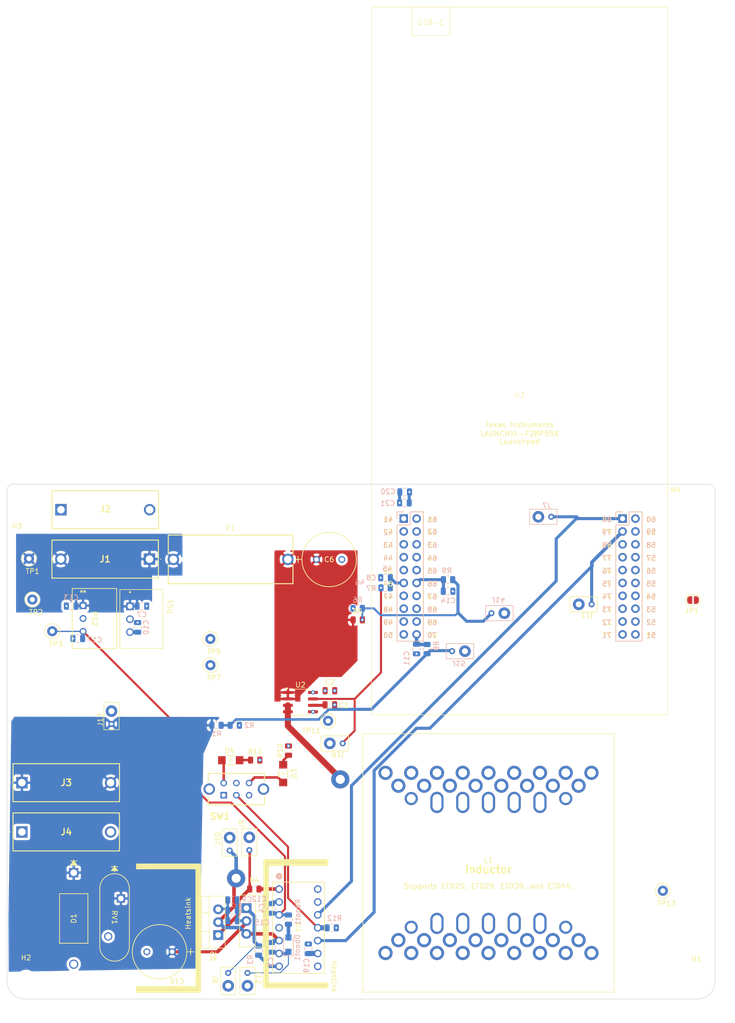
<source format=kicad_pcb>
(kicad_pcb (version 20241229) (generator "pcbnew") (generator_version "9.0")
  (layers (0 "F.Cu" signal) (4 "In1.Cu" signal) (6 "In2.Cu" signal) (2 "B.Cu" signal) (13 "F.Paste" user) (15 "B.Paste" user) (5 "F.SilkS" user "F.Silkscreen") (7 "B.SilkS" user "B.Silkscreen") (1 "F.Mask" user) (3 "B.Mask" user) (25 "Edge.Cuts" user))
  (net 0 "")
  (net 1 "+3.3V")
  (net 2 "GND")
  (net 3 "Net-(Dboot1-A)")
  (net 4 "Net-(J6-Pin_1)")
  (net 5 "Net-(U1-HO)")
  (net 6 "Net-(U1-LO)")
  (net 7 "+24V")
  (net 8 "/ADCINA9")
  (net 9 "/ADCINA0")
  (net 10 "/ADCINA4")
  (net 11 "+12V")
  (net 12 "Vout")
  (net 13 "Net-(D3-A)")
  (net 14 "Net-(D3-K)")
  (net 15 "Net-(D4-A)")
  (net 16 "Net-(D4-K)")
  (net 17 "Vsw")
  (net 18 "C2000 D ")
  (net 19 "D'")
  (net 20 "D")
  (net 21 "C2000 D'")
  (net 22 "Vboot")
  (net 23 "Vin_sens")
  (net 24 "Vout_sens")
  (net 25 "I_L")
  (net 26 "Net-(JP1-A)")
  (net 27 "SD")
  (net 76 "Vin")
  (net 80 "Net-(U2-FILTER)")
  (footprint "TestPoint:TestPoint_Loop_D1.80mm_Drill1.0mm_Beaded" (layer "F.Cu") (at 58.87 75.06)
    (property "Reference" "TP7")
    (property "Value" "TestPoint")
  )
  (footprint "Capacitor_SMD:C_0805_2012Metric" (layer "F.Cu") (at 82.45 80.1)
    (property "Reference" "C2")
    (property "Value" "0.1μF")
  )
  (footprint "ECE462L:Inductor_wire_conn" (layer "F.Cu") (at 63.95 117.12)
    (property "Reference" "J5" (hide yes))
    (property "Value" "Conn_01x01" (hide yes))
  )
  (footprint "ECE462L:Inductor" (layer "F.Cu") (at 113.74 114.085)
    (property "Reference" "L1")
    (property "Value" "L")
  )
  (footprint "ECE462L:1-2199298-3" (layer "F.Cu") (at 72.43 119.26 -90)
    (property "Reference" "U1")
    (property "Value" "IR2010")
  )
  (footprint "ECE462L:TP" (layer "F.Cu") (at 62.38 137.07 -90)
    (property "Reference" "J8")
    (property "Value" "Conn_01x02")
  )
  (footprint "ECE462L:V100ZA15P" (layer "F.Cu") (at 41.21 121.102 -90)
    (property "Reference" "RV1")
    (property "Value" "Varistor")
  )
  (footprint "Resistor_SMD:R_0805_2012Metric" (layer "F.Cu") (at 67.54 119.24 180)
    (property "Reference" "R4")
    (property "Value" "R_Small")
  )
  (footprint "ECE462L:LAUNCHXL-F28P55X_BottomHalf" (layer "F.Cu") (at 119.88 25.81)
    (property "Reference" "U3")
    (property "Value" "LAUNCHXL-F28P55X_BottomHalf")
  )
  (footprint "TestPoint:TestPoint_Loop_D1.80mm_Drill1.0mm_Beaded" (layer "F.Cu") (at 58.86 69.87)
    (property "Reference" "TP5")
    (property "Value" "TestPoint")
  )
  (footprint "MountingHole:MountingHole_3.2mm_M3" (layer "F.Cu") (at 22.5 137)
    (property "Reference" "H2")
    (property "Value" "MountingHole")
  )
  (footprint "ECE462L:WL-SMRW_1206_REC" (layer "F.Cu") (at 73.225009 96.45965 -90)
    (property "Reference" "D3")
    (property "Value" "LED")
  )
  (footprint "ECE462L:696108003002" (layer "F.Cu") (at 62.86 54.18)
    (property "Reference" "F1")
    (property "Value" "Fuse")
  )
  (footprint "ECE462L:TP" (layer "F.Cu") (at 39.35 85.395 90)
    (property "Reference" "J13")
    (property "Value" "Conn_01x02")
  )
  (footprint "ECE462L:1.5KE75A" (layer "F.Cu") (at 31.9 116.0188 -90)
    (property "Reference" "D1")
    (property "Value" "D_Zener" (hide yes))
  )
  (footprint "Package_TO_SOT_THT:TO-220-3_Vertical" (layer "F.Cu") (at 65.98 123.01 -90)
    (property "Reference" "Q1" (hide yes))
    (property "Value" "NMOS")
  )
  (footprint "ECE462L:973582101" (layer "F.Cu") (at 21.675 98.25)
    (property "Reference" "J3")
    (property "Value" "973582101" (hide yes))
  )
  (footprint "ECE462L:973582100" (layer "F.Cu") (at 21.675 107.975)
    (property "Reference" "J4")
    (property "Value" "973582100" (hide yes))
  )
  (footprint "ECE462L:973582101" (layer "F.Cu") (at 46.85 54.125 180)
    (property "Reference" "J1")
    (property "Value" "973582101" (hide yes))
  )
  (footprint "ECE462L:TP" (layer "F.Cu") (at 132.825 63.05 180)
    (property "Reference" "J11")
    (property "Value" "Conn_01x02")
  )
  (footprint "Jumper:SolderJumper-2_P1.3mm_Open_RoundedPad1.0x1.5mm" (layer "F.Cu") (at 154.11 62.21 180)
    (property "Reference" "JP1")
    (property "Value" "SolderJumper_2_Open")
  )
  (footprint "Package_TO_SOT_THT:TO-220-3_Vertical" (layer "F.Cu") (at 60.41 128.32 90)
    (property "Reference" "Q2")
    (property "Value" "NMOS")
  )
  (footprint "Resistor_SMD:R_0805_2012Metric" (layer "F.Cu") (at 74.275009 91.91965 90)
    (property "Reference" "R10")
    (property "Value" "1k")
  )
  (footprint "MountingHole:MountingHole_3.2mm_M3" (layer "F.Cu") (at 154.75 43.25)
    (property "Reference" "H4")
    (property "Value" "MountingHole")
  )
  (footprint "Resistor_SMD:R_0805_2012Metric" (layer "F.Cu") (at 87.94 66.12)
    (property "Reference" "R5")
    (property "Value" "22k")
  )
  (footprint "TestPoint:TestPoint_Loop_D1.80mm_Drill1.0mm_Beaded" (layer "F.Cu") (at 23.74 62.11)
    (property "Reference" "TP2")
    (property "Value" "TestPoint")
  )
  (footprint "ECE462L:WL-SMRW_1206_REC" (layer "F.Cu") (at 62.885009 93.81965 180)
    (property "Reference" "D4")
    (property "Value" "LED")
  )
  (footprint "ECE462L:Inductor_wire_conn" (layer "F.Cu") (at 84.5 97.6)
    (property "Reference" "J6" (hide yes))
    (property "Value" "Conn_01x01" (hide yes))
  )
  (footprint "MountingHole:MountingHole_3.2mm_M3" (layer "F.Cu") (at 154.75 137.25)
    (property "Reference" "H1")
    (property "Value" "MountingHole")
  )
  (footprint "ECE462L:TP" (layer "F.Cu") (at 83.7 90.5 180)
    (property "Reference" "J16")
    (property "Value" "Conn_01x02")
  )
  (footprint "ECE462L:TP" (layer "F.Cu") (at 62.67 110.37 90)
    (property "Reference" "J10")
    (property "Value" "Conn_01x02")
  )
  (footprint "MountingHole:MountingHole_3.2mm_M3" (layer "F.Cu") (at 22.5 43.25)
    (property "Reference" "H3")
    (property "Value" "MountingHole")
  )
  (footprint "Resistor_SMD:R_0805_2012Metric" (layer "F.Cu") (at 67.705009 93.78965)
    (property "Reference" "R11")
    (property "Value" "1k")
  )
  (footprint "ECE462L:R-78E3.3-1.0" (layer "F.Cu") (at 45.25 65.99 -90)
    (property "Reference" "PS1")
    (property "Value" "R-78E3.3-1.0")
  )
  (footprint "TestPoint:TestPoint_Loop_D1.80mm_Drill1.0mm_Beaded" (layer "F.Cu") (at 148.15 119.58)
    (property "Reference" "TP13")
    (property "Value" "TestPoint")
  )
  (footprint "TestPoint:TestPoint_Loop_D1.80mm_Drill1.0mm_Beaded" (layer "F.Cu") (at 27.66 68.36)
    (property "Reference" "TP3")
    (property "Value" "TestPoint")
  )
  (footprint "ECE462L:TP" (layer "F.Cu") (at 66.19 137.07 -90)
    (property "Reference" "J12")
    (property "Value" "Conn_01x02")
  )
  (footprint "ECE462L:TP" (layer "F.Cu") (at 66.55 110.3 90)
    (property "Reference" "J9")
    (property "Value" "Conn_01x02")
  )
  (footprint "Package_SO:SOIC-8_3.9x4.9mm_P1.27mm" (layer "F.Cu") (at 76.63 82.35)
    (property "Reference" "U2")
    (property "Value" "CT416-HSN820DR")
  )
  (footprint "ECE462L:16PX2200MEFC10X20" (layer "F.Cu") (at 51.33 131.63 180)
    (property "Reference" "C16")
    (property "Value" "100uF")
  )
  (footprint "ECE462L:HSS-B20-NPS-01" (layer "F.Cu") (at 50.6 126.96 90)
    (property "Reference" "HS1" (hide yes))
    (property "Value" "Heatsink")
  )
  (footprint "ECE462L:HSS-B20-NPS-01" (layer "F.Cu") (at 75.7301 126.0926 -90)
    (property "Reference" "HS2" (hide yes))
    (property "Value" "Heatsink")
  )
  (footprint "ECE462L:R-78E-0.5_RCP" (layer "F.Cu") (at 33.740068 63.31 -90)
    (property "Reference" "PS2")
    (property "Value" "R-78E12-0.5")
  )
  (footprint "TestPoint:TestPoint_Loop_D1.80mm_Drill1.0mm_Beaded" (layer "F.Cu") (at 23.07 54.03)
    (property "Reference" "TP1")
    (property "Value" "TestPoint")
  )
  (footprint "TestPoint:TestPoint_Loop_D1.80mm_Drill1.0mm_Beaded" (layer "F.Cu") (at 82.09 86.05)
    (property "Reference" "TP11")
    (property "Value" "TestPoint")
  )
  (footprint "Capacitor_SMD:C_0805_2012Metric" (layer "F.Cu") (at 82.44 82.88)
    (property "Reference" "C1")
    (property "Value" "100 pF")
  )
  (footprint "ECE462L:973582100" (layer "F.Cu") (at 29.375 44.375)
    (property "Reference" "J2")
    (property "Value" "973582100" (hide yes))
  )
  (footprint "ECE462L:SLW1116297AD" (layer "F.Cu") (at 61.495009 100.71965)
    (property "Reference" "SW1")
    (property "Value" "SW_Push_DPDT" (hide yes))
  )
  (footprint "ECE462L:16PX2200MEFC10X20" (layer "F.Cu") (at 79.8 54.2)
    (property "Reference" "C6")
    (property "Value" "100uF")
  )
  (footprint "ECE462L:TP" (layer "B.Cu") (at 107.825 72.3)
    (property "Reference" "J15")
    (property "Value" "Conn_01x02")
  )
  (footprint "Resistor_SMD:R_0805_2012Metric" (layer "B.Cu") (at 87.92 63.85 180)
    (property "Reference" "R6")
    (property "Value" "3.3k")
  )
  (footprint "Resistor_SMD:R_0805_2012Metric" (layer "B.Cu") (at 74.26685 125.2751 90)
    (property "Reference" "Rboot1")
    (property "Value" "2 Ohm")
  )
  (footprint "Capacitor_SMD:C_0805_2012Metric" (layer "B.Cu") (at 63.23 121.4 180)
    (property "Reference" "C9")
    (property "Value" "0.01μF")
  )
  (footprint "ECE462L:TP" (layer "B.Cu") (at 124.855 45.775 180)
    (property "Reference" "J7")
    (property "Value" "Conn_01x02")
  )
  (footprint "Resistor_SMD:R_0805_2012Metric" (layer "B.Cu") (at 101.625 71.883606 -90)
    (property "Reference" "R8")
    (property "Value" "100")
  )
  (footprint "Capacitor_SMD:C_0805_2012Metric" (layer "B.Cu") (at 44.5 67.6 90)
    (property "Reference" "C10")
    (property "Value" "10uF")
  )
  (footprint "Diode_SMD:Nexperia_CFP3_SOD-123W" (layer "B.Cu") (at 74.26685 130.2126 90)
    (property "Reference" "Dboot1")
    (property "Value" "PMEG10020ELR")
  )
  (footprint "Resistor_SMD:R_0805_2012Metric" (layer "B.Cu") (at 93.4425 59.79 180)
    (property "Reference" "R7")
    (property "Value" "100")
  )
  (footprint "Capacitor_SMD:C_0805_2012Metric" (layer "B.Cu") (at 105.77 60.47)
    (property "Reference" "C14")
    (property "Value" "1n")
  )
  (footprint "Capacitor_SMD:C_0805_2012Metric" (layer "B.Cu") (at 45.35 63.4)
    (property "Reference" "C7")
    (property "Value" "10uF")
  )
  (footprint "Capacitor_SMD:C_0805_2012Metric" (layer "B.Cu") (at 93.43 57.8 180)
    (property "Reference" "C8")
    (property "Value" "1n")
  )
  (footprint "Capacitor_SMD:C_0805_2012Metric" (layer "B.Cu") (at 31.4 63.4 180)
    (property "Reference" "C13")
    (property "Value" "10uF")
  )
  (footprint "Capacitor_SMD:C_0805_2012Metric" (layer "B.Cu") (at 97.2 40.88)
    (property "Reference" "C20")
    (property "Value" "0.1μF")
  )
  (footprint "Capacitor_SMD:C_0805_2012Metric" (layer "B.Cu") (at 99.55 71.873606 -90)
    (property "Reference" "C11")
    (property "Value" "1n")
  )
  (footprint "ECE462L:TP" (layer "B.Cu") (at 115.6 64.8)
    (property "Reference" "J14")
    (property "Value" "Conn_01x02")
  )
  (footprint "Capacitor_SMD:C_0805_2012Metric" (layer "B.Cu") (at 70.89 123.07 90)
    (property "Reference" "C4")
    (property "Value" "0.1μF")
  )
  (footprint "Resistor_SMD:R_0805_2012Metric" (layer "B.Cu") (at 82.8 126.9)
    (property "Reference" "R12")
    (property "Value" "1k")
  )
  (footprint "Capacitor_SMD:C_0805_2012Metric" (layer "B.Cu") (at 70.95 130.75 90)
    (property "Reference" "C3")
    (property "Value" "C")
  )
  (footprint "Capacitor_SMD:C_0805_2012Metric" (layer "B.Cu") (at 32.7 69.8 180)
    (property "Reference" "C17")
    (property "Value" "10uF")
  )
  (footprint "Capacitor_SMD:C_0805_2012Metric" (layer "B.Cu") (at 63.23 123.45 180)
    (property "Reference" "C12")
    (property "Value" "0.1μF")
  )
  (footprint "Resistor_SMD:R_0805_2012Metric" (layer "B.Cu") (at 68.38 131.38 90)
    (property "Reference" "R3")
    (property "Value" "R_Small")
  )
  (footprint "Capacitor_SMD:C_0805_2012Metric" (layer "B.Cu") (at 97.15 43.02)
    (property "Reference" "C21")
    (property "Value" "1μF")
  )
  (footprint "Resistor_SMD:R_0805_2012Metric" (layer "B.Cu") (at 105.77 58.18)
    (property "Reference" "R9")
    (property "Value" "100")
  )
  (footprint "Resistor_SMD:R_0805_2012Metric" (layer "B.Cu") (at 63.675 86.925)
    (property "Reference" "R2")
    (property "Value" "3.3k")
  )
  (footprint "Capacitor_SMD:C_0805_2012Metric" (layer "B.Cu") (at 78.19 131.04 90)
    (property "Reference" "C19")
    (property "Value" "1μF")
  )
  (footprint "Resistor_SMD:R_0805_2012Metric" (layer "B.Cu") (at 60.075 86.925)
    (property "Reference" "R1")
    (property "Value" "47k")
  )
  (footprint "Capacitor_SMD:C_0805_2012Metric" (layer "B.Cu") (at 63.23 125.5 180)
    (property "Reference" "C15")
    (property "Value" "1μF")
  )
  (gr_line (start 158.45 137.510482) (end 158.45 40.64) (stroke (width 0.1)) (layer "Edge.Cuts"))
  (gr_line (start 22.351483 140.958667) (end 155 140.960482) (stroke (width 0.1)) (layer "Edge.Cuts"))
  (gr_line (start 20.05 39.34) (end 157.15 39.34) (stroke (width 0.1)) (layer "Edge.Cuts"))
  (gr_arc (start 18.741756 40.61908) (mid 19.114419 39.691663) (end 20.05 39.34) (stroke (width 0.1)) (layer "Edge.Cuts"))
  (gr_line (start 18.75 137.510482) (end 18.741756 40.619068) (stroke (width 0.1)) (layer "Edge.Cuts"))
  (gr_arc (start 157.15 39.34) (mid 158.069239 39.720761) (end 158.45 40.64) (stroke (width 0.1)) (layer "Edge.Cuts"))
  (gr_arc (start 158.45 137.510482) (mid 157.439518 139.95) (end 155 140.960482) (stroke (width 0.1)) (layer "Edge.Cuts"))
  (gr_arc (start 22.351483 140.958667) (mid 19.826738 139.990781) (end 18.75 137.510482) (stroke (width 0.1)) (layer "Edge.Cuts"))
  (via (at 96.2 43.02) (size 0.8) (drill 0.4) (layers "F.Cu" "B.Cu") (net 1))
  (via (at 81.5 80.1) (size 0.8) (drill 0.4) (layers "F.Cu" "B.Cu") (net 1))
  (via (at 79.105 80.445) (size 0.8) (drill 0.4) (layers "F.Cu" "B.Cu") (net 1))
  (via (at 83.7125 126.9) (size 0.8) (drill 0.4) (layers "F.Cu" "B.Cu") (net 1))
  (segment (start 96.2 43.02) (end 96.2 40.93) (width 0.6) (layer "B.Cu") (net 1))
  (segment (start 78.22 131.96) (end 78.19 131.99) (width 1) (layer "B.Cu") (net 1))
  (segment (start 44.3 68.55) (end 44.5 68.55) (width 0.6) (layer "B.Cu") (net 1))
  (segment (start 96.2 40.93) (end 96.25 40.88) (width 0.6) (layer "B.Cu") (net 1))
  (segment (start 43 68.53) (end 44.28 68.53) (width 0.6) (layer "B.Cu") (net 1))
  (segment (start 44.28 68.53) (end 44.3 68.55) (width 0.6) (layer "B.Cu") (net 1))
  (segment (start 80.05 131.96) (end 78.22 131.96) (width 1) (layer "B.Cu") (net 1))
  (via (at 74.275009 91.00715) (size 0.8) (drill 0.4) (layers "F.Cu" "B.Cu") (net 2))
  (via (at 106.72 60.47) (size 0.8) (drill 0.4) (layers "F.Cu" "B.Cu") (net 2))
  (via (at 31.75 69.8) (size 0.8) (drill 0.4) (layers "F.Cu" "B.Cu") (net 2))
  (via (at 46.3 63.4) (size 0.8) (drill 0.4) (layers "F.Cu" "B.Cu") (net 2))
  (via (at 64.5875 86.925) (size 0.8) (drill 0.4) (layers "F.Cu" "B.Cu") (net 2))
  (via (at 68.617509 93.78965) (size 0.8) (drill 0.4) (layers "F.Cu" "B.Cu") (net 2))
  (via (at 83.4 80.1) (size 0.8) (drill 0.4) (layers "F.Cu" "B.Cu") (net 2))
  (via (at 83.39 82.88) (size 0.8) (drill 0.4) (layers "F.Cu" "B.Cu") (net 2))
  (via (at 78.19 130.09) (size 0.8) (drill 0.4) (layers "F.Cu" "B.Cu") (net 2))
  (via (at 44.5 66.65) (size 0.8) (drill 0.4) (layers "F.Cu" "B.Cu") (net 2))
  (via (at 79.105 84.255) (size 0.8) (drill 0.4) (layers "F.Cu" "B.Cu") (net 2))
  (via (at 98.15 40.88) (size 0.8) (drill 0.4) (layers "F.Cu" "B.Cu") (net 2))
  (via (at 87.0075 63.85) (size 0.8) (drill 0.4) (layers "F.Cu" "B.Cu") (net 2))
  (via (at 30.45 63.4) (size 0.8) (drill 0.4) (layers "F.Cu" "B.Cu") (net 2))
  (via (at 92.48 57.8) (size 0.8) (drill 0.4) (layers "F.Cu" "B.Cu") (net 2))
  (via (at 99.55 72.823606) (size 0.8) (drill 0.4) (layers "F.Cu" "B.Cu") (net 2))
  (segment (start 72.43 121.8) (end 71.21 121.8) (width 0.7) (layer "B.Cu") (net 2))
  (segment (start 71.21 121.8) (end 70.89 122.12) (width 0.7) (layer "B.Cu") (net 2))
  (segment (start 62.28 125.5) (end 62.28 121.4) (width 0.5) (layer "B.Cu") (net 2))
  (segment (start 61.99 123.16) (end 62.28 123.45) (width 0.5) (layer "B.Cu") (net 2))
  (segment (start 60.49 123.16) (end 61.99 123.16) (width 0.5) (layer "B.Cu") (net 2))
  (segment (start 60.41 123.24) (end 60.49 123.16) (width 0.5) (layer "B.Cu") (net 2))
  (segment (start 98.1 43.02) (end 98.1 40.93) (width 0.6) (layer "B.Cu") (net 2))
  (segment (start 98.1 40.93) (end 98.15 40.88) (width 0.6) (layer "B.Cu") (net 2))
  (segment (start 74.26685 128.8126) (end 74.26685 126.1876) (width 0.7) (layer "B.Cu") (net 3))
  (segment (start 74.155 87.055) (end 74.155 84.255) (width 1.2) (layer "F.Cu") (net 4))
  (segment (start 84.5 97.6) (end 84.5 97.4) (width 1.2) (layer "F.Cu") (net 4))
  (segment (start 84.5 97.4) (end 74.155 87.055) (width 1.2) (layer "F.Cu") (net 4))
  (segment (start 74.155 82.985) (end 74.155 84.255) (width 1.2) (layer "F.Cu") (net 4))
  (segment (start 68.38 132.2925) (end 70.5875 134.5) (width 0.7) (layer "B.Cu") (net 5))
  (segment (start 70.5875 134.5) (end 72.43 134.5) (width 0.7) (layer "B.Cu") (net 5))
  (segment (start 72.41 119.24) (end 72.43 119.26) (width 0.7) (layer "F.Cu") (net 6))
  (segment (start 68.4525 119.24) (end 72.41 119.24) (width 0.7) (layer "F.Cu") (net 6))
  (segment (start 72.43 119.26) (end 72.32945 119.26) (width 0.6) (layer "B.Cu") (net 6))
  (segment (start 95.41 58.83) (end 94.38 57.8) (width 0.6) (layer "B.Cu") (net 8))
  (segment (start 94.38 57.8) (end 94.38 59.765) (width 0.6) (layer "B.Cu") (net 8))
  (segment (start 97.02 58.83) (end 95.41 58.83) (width 0.6) (layer "B.Cu") (net 8))
  (segment (start 94.38 59.765) (end 94.355 59.79) (width 0.6) (layer "B.Cu") (net 8))
  (segment (start 99.56 68.99) (end 99.56 70.305) (width 0.7) (layer "B.Cu") (net 9))
  (segment (start 99.56 70.305) (end 99.55 70.315) (width 0.7) (layer "B.Cu") (net 9))
  (segment (start 101.625 70.971106) (end 99.5975 70.971106) (width 0.7) (layer "B.Cu") (net 9))
  (segment (start 99.5975 70.971106) (end 99.55 70.923606) (width 0.5) (layer "B.Cu") (net 9))
  (segment (start 99.55 70.315) (end 99.55 70.923606) (width 0.7) (layer "B.Cu") (net 9))
  (segment (start 100.21 58.18) (end 99.56 58.83) (width 0.6) (layer "B.Cu") (net 10))
  (segment (start 104.8575 58.18) (end 100.21 58.18) (width 0.6) (layer "B.Cu") (net 10))
  (segment (start 104.8575 60.4325) (end 104.82 60.47) (width 0.6) (layer "B.Cu") (net 10))
  (segment (start 104.8575 58.18) (end 104.8575 60.4325) (width 0.6) (layer "B.Cu") (net 10))
  (segment (start 33.740068 68.39) (end 56.719009 91.368941) (width 0.4) (layer "F.Cu") (net 11))
  (segment (start 56.719009 91.368941) (end 56.719009 100.317426) (width 0.4) (layer "F.Cu") (net 11))
  (segment (start 56.719009 100.317426) (end 58.572233 102.17065) (width 0.4) (layer "F.Cu") (net 11))
  (segment (start 73.584999 123.185001) (end 72.43 124.34) (width 0.4) (layer "F.Cu") (net 11))
  (segment (start 62.946009 102.17065) (end 73.584999 112.80964) (width 0.4) (layer "F.Cu") (net 11))
  (segment (start 58.572233 102.17065) (end 62.946009 102.17065) (width 0.4) (layer "F.Cu") (net 11))
  (segment (start 73.584999 112.80964) (end 73.584999 123.185001) (width 0.4) (layer "F.Cu") (net 11))
  (segment (start 72.11 124.02) (end 72.43 124.34) (width 0.7) (layer "B.Cu") (net 11))
  (segment (start 72.6274 124.1426) (end 72.43 124.34) (width 0.6) (layer "B.Cu") (net 11))
  (segment (start 72.43 124.15945) (end 72.43 124.34) (width 0.6) (layer "B.Cu") (net 11))
  (segment (start 70.89 124.02) (end 72.11 124.02) (width 0.7) (layer "B.Cu") (net 11))
  (segment (start 72.43 124.34) (end 74.24425 124.34) (width 0.6) (layer "B.Cu") (net 11))
  (segment (start 33.740068 69.709932) (end 33.740068 68.39) (width 0.25) (layer "B.Cu") (net 11))
  (segment (start 74.24425 124.34) (end 74.26685 124.3626) (width 0.6) (layer "B.Cu") (net 11))
  (segment (start 33.65 69.8) (end 33.740068 69.709932) (width 0.25) (layer "B.Cu") (net 11))
  (segment (start 27.69 68.39) (end 27.66 68.36) (width 0.25) (layer "B.Cu") (net 11))
  (segment (start 33.740068 68.39) (end 27.69 68.39) (width 0.25) (layer "B.Cu") (net 11))
  (segment (start 60.26623 131.63) (end 60.31623 131.58) (width 0.6) (layer "F.Cu") (net 12))
  (segment (start 60.31623 131.58) (end 65.98 125.91623) (width 0.7) (layer "F.Cu") (net 12))
  (segment (start 51.33 131.63) (end 60.26623 131.63) (width 0.6) (layer "F.Cu") (net 12))
  (segment (start 65.98 125.91623) (end 65.98 125.55) (width 0.7) (layer "F.Cu") (net 12))
  (segment (start 65.93 125.5) (end 65.98 125.55) (width 0.5) (layer "B.Cu") (net 12))
  (segment (start 64.18 125.5) (end 65.93 125.5) (width 0.5) (layer "B.Cu") (net 12))
  (segment (start 64.18 125.5) (end 64.18 121.4) (width 0.5) (layer "B.Cu") (net 12))
  (segment (start 67.596009 97.21865) (end 66.495009 98.31965) (width 0.5) (layer "F.Cu") (net 13))
  (segment (start 72.234009 97.21865) (end 67.596009 97.21865) (width 0.5) (layer "F.Cu") (net 13))
  (segment (start 73.225009 98.20965) (end 72.234009 97.21865) (width 0.5) (layer "F.Cu") (net 13))
  (segment (start 73.305009 94.62965) (end 73.305009 93.80215) (width 0.5) (layer "F.Cu") (net 14))
  (segment (start 73.225009 94.70965) (end 73.305009 94.62965) (width 0.5) (layer "F.Cu") (net 14))
  (segment (start 73.305009 93.80215) (end 74.275009 92.83215) (width 0.5) (layer "F.Cu") (net 14))
  (segment (start 61.495009 94.17965) (end 61.135009 93.81965) (width 0.5) (layer "F.Cu") (net 15))
  (segment (start 61.495009 98.31965) (end 61.495009 94.17965) (width 0.5) (layer "F.Cu") (net 15))
  (segment (start 64.635009 93.81965) (end 64.665009 93.78965) (width 0.5) (layer "F.Cu") (net 16))
  (segment (start 64.665009 93.78965) (end 66.792509 93.78965) (width 0.5) (layer "F.Cu") (net 16))
  (segment (start 71.1 128.09) (end 65.98 128.09) (width 0.7) (layer "F.Cu") (net 17))
  (segment (start 63.528 117.542) (end 63.95 117.12) (width 0.7) (layer "F.Cu") (net 17))
  (segment (start 63.528 122.662) (end 63.528 117.542) (width 0.7) (layer "F.Cu") (net 17))
  (segment (start 72.43 129.42) (end 71.1 128.09) (width 0.7) (layer "F.Cu") (net 17))
  (segment (start 60.41 125.78) (end 63.528 122.662) (width 0.7) (layer "F.Cu") (net 17))
  (segment (start 61.5665 126.8365) (end 60.51 125.78) (width 0.7) (layer "B.Cu") (net 17))
  (segment (start 71.33 129.42) (end 70.95 129.8) (width 0.7) (layer "B.Cu") (net 17))
  (segment (start 63.95 112.92) (end 62.67 111.64) (width 0.7) (layer "B.Cu") (net 17))
  (segment (start 65.98 128.09) (end 64.7265 126.8365) (width 0.7) (layer "B.Cu") (net 17))
  (segment (start 60.51 125.78) (end 60.41 125.78) (width 0.7) (layer "B.Cu") (net 17))
  (segment (start 72.43 129.42) (end 71.33 129.42) (width 0.7) (layer "B.Cu") (net 17))
  (segment (start 63.95 117.12) (end 63.95 112.92) (width 0.7) (layer "B.Cu") (net 17))
  (segment (start 64.7265 126.8365) (end 61.5665 126.8365) (width 0.7) (layer "B.Cu") (net 17))
  (segment (start 86.701 117.689) (end 86.701 98.852446) (width 0.6) (layer "B.Cu") (net 18))
  (segment (start 139.99 45.92) (end 140.2 46.13) (width 0.4) (layer "B.Cu") (net 18))
  (segment (start 127.099 50.111) (end 131.08 46.13) (width 0.6) (layer "B.Cu") (net 18))
  (segment (start 131.08 46.13) (end 131.5 46.13) (width 0.6) (layer "B.Cu") (net 18))
  (segment (start 86.701 98.852446) (end 127.099 58.454446) (width 0.6) (layer "B.Cu") (net 18))
  (segment (start 127.099 58.454446) (end 127.099 50.111) (width 0.6) (layer "B.Cu") (net 18))
  (segment (start 80.05 124.34) (end 86.701 117.689) (width 0.6) (layer "B.Cu") (net 18))
  (segment (start 131.145 45.775) (end 126.125 45.775) (width 0.6) (layer "B.Cu") (net 18))
  (segment (start 131.29 45.92) (end 131.145 45.775) (width 0.6) (layer "B.Cu") (net 18))
  (segment (start 131.5 46.13) (end 140.2 46.13) (width 0.6) (layer "B.Cu") (net 18))
  (segment (start 131.29 45.92) (end 131.5 46.13) (width 0.6) (layer "B.Cu") (net 18))
  (segment (start 65.98 123.01) (end 67.531 124.561) (width 0.7) (layer "B.Cu") (net 19))
  (segment (start 67.7125 130.4675) (end 62.38 135.8) (width 0.2) (layer "B.Cu") (net 19))
  (segment (start 67.531 129.6185) (end 68.38 130.4675) (width 0.7) (layer "B.Cu") (net 19))
  (segment (start 67.531 124.561) (end 67.531 129.6185) (width 0.7) (layer "B.Cu") (net 19))
  (segment (start 68.38 130.4675) (end 67.7125 130.4675) (width 0.2) (layer "B.Cu") (net 19))
  (segment (start 64.429 121.4385) (end 66.6275 119.24) (width 0.7) (layer "F.Cu") (net 20))
  (segment (start 66.6275 119.24) (end 66.6275 111.6475) (width 0.5) (layer "F.Cu") (net 20))
  (segment (start 60.41 128.26) (end 64.429 124.241) (width 0.7) (layer "F.Cu") (net 20))
  (segment (start 64.429 124.241) (end 64.429 121.4385) (width 0.7) (layer "F.Cu") (net 20))
  (segment (start 66.6275 111.6475) (end 66.55 111.57) (width 0.5) (layer "F.Cu") (net 20))
  (segment (start 60.41 128.32) (end 60.41 128.26) (width 0.7) (layer "F.Cu") (net 20))
  (segment (start 91.175 123.8) (end 91.175 95.86158) (width 0.6) (layer "B.Cu") (net 21))
  (segment (start 134.21 55.474867) (end 134.21 54.66) (width 0.6) (layer "B.Cu") (net 21))
  (segment (start 99.530364 87.506216) (end 102.178651 87.506216) (width 0.6) (layer "B.Cu") (net 21))
  (segment (start 91.175 95.86158) (end 99.530364 87.506216) (width 0.6) (layer "B.Cu") (net 21))
  (segment (start 134.095 63.05) (end 134.095 54.775) (width 0.6) (layer "B.Cu") (net 21))
  (segment (start 85.555 129.42) (end 91.175 123.8) (width 0.6) (layer "B.Cu") (net 21))
  (segment (start 134.095 63.05) (end 134.21 62.935) (width 0.4) (layer "B.Cu") (net 21))
  (segment (start 134.095 54.775) (end 134.21 54.66) (width 0.6) (layer "B.Cu") (net 21))
  (segment (start 134.21 54.66) (end 134.575 54.295) (width 0.7) (layer "B.Cu") (net 21))
  (segment (start 134.575 54.295) (end 140.2 48.67) (width 0.7) (layer "B.Cu") (net 21))
  (segment (start 102.178651 87.506216) (end 134.21 55.474867) (width 0.6) (layer "B.Cu") (net 21))
  (segment (start 80.05 129.42) (end 85.555 129.42) (width 0.6) (layer "B.Cu") (net 21))
  (segment (start 66.19 135.8) (end 72.621994 135.8) (width 0.2) (layer "B.Cu") (net 22))
  (segment (start 72.17 131.7) (end 72.43 131.96) (width 0.7) (layer "B.Cu") (net 22))
  (segment (start 74.26685 134.155144) (end 74.26685 131.6126) (width 0.2) (layer "B.Cu") (net 22))
  (segment (start 70.95 131.7) (end 72.17 131.7) (width 0.7) (layer "B.Cu") (net 22))
  (segment (start 72.621994 135.8) (end 74.26685 134.155144) (width 0.2) (layer "B.Cu") (net 22))
  (segment (start 73.91945 131.96) (end 74.26685 131.6126) (width 0.7) (layer "B.Cu") (net 22))
  (segment (start 72.43 131.96) (end 73.91945 131.96) (width 0.7) (layer "B.Cu") (net 22))
  (via (at 88.8525 66.12) (size 0.8) (drill 0.4) (layers "F.Cu" "B.Cu") (net 23))
  (segment (start 91.11 63.85) (end 88.8325 63.85) (width 0.4) (layer "B.Cu") (net 23))
  (segment (start 107.721 59.2185) (end 107.721 64.699) (width 0.6) (layer "B.Cu") (net 23))
  (segment (start 88.8525 63.87) (end 88.8325 63.85) (width 0.25) (layer "B.Cu") (net 23))
  (segment (start 88.8525 66.12) (end 88.8525 63.87) (width 0.4) (layer "B.Cu") (net 23))
  (segment (start 114.33 64.8) (end 112.73 66.4) (width 0.6) (layer "B.Cu") (net 23))
  (segment (start 92.459 65.199) (end 107.221 65.199) (width 0.4) (layer "B.Cu") (net 23))
  (segment (start 91.11 63.85) (end 92.459 65.199) (width 0.4) (layer "B.Cu") (net 23))
  (segment (start 106.6825 58.18) (end 107.721 59.2185) (width 0.6) (layer "B.Cu") (net 23))
  (segment (start 107.221 65.199) (end 107.721 64.699) (width 0.4) (layer "B.Cu") (net 23))
  (segment (start 109.422 66.4) (end 107.721 64.699) (width 0.6) (layer "B.Cu") (net 23))
  (segment (start 112.73 66.4) (end 109.422 66.4) (width 0.6) (layer "B.Cu") (net 23))
  (segment (start 80.243264 85.774) (end 82.121132 83.896132) (width 0.5) (layer "B.Cu") (net 24))
  (segment (start 60.9875 86.925) (end 62.7625 86.925) (width 0.5) (layer "B.Cu") (net 24))
  (segment (start 101.625 72.796106) (end 102.233606 72.1875) (width 0.6) (layer "B.Cu") (net 24))
  (segment (start 82.121132 83.896132) (end 82.236265 83.781) (width 0.6) (layer "B.Cu") (net 24))
  (segment (start 106.4425 72.1875) (end 106.555 72.3) (width 0.6) (layer "B.Cu") (net 24))
  (segment (start 82.236265 83.781) (end 90.640106 83.781) (width 0.6) (layer "B.Cu") (net 24))
  (segment (start 63.9135 85.774) (end 80.243264 85.774) (width 0.5) (layer "B.Cu") (net 24))
  (segment (start 102.233606 72.1875) (end 106.4425 72.1875) (width 0.6) (layer "B.Cu") (net 24))
  (segment (start 90.640106 83.781) (end 101.625 72.796106) (width 0.6) (layer "B.Cu") (net 24))
  (segment (start 62.7625 86.925) (end 63.9135 85.774) (width 0.5) (layer "B.Cu") (net 24))
  (segment (start 92.53 76.52) (end 92.53 59.79) (width 0.4) (layer "F.Cu") (net 25))
  (segment (start 79.105 81.715) (end 87.335 81.715) (width 0.4) (layer "F.Cu") (net 25))
  (segment (start 87.335 87.995) (end 84.97 90.36) (width 0.4) (layer "F.Cu") (net 25))
  (segment (start 87.335 81.715) (end 87.335 87.995) (width 0.4) (layer "F.Cu") (net 25))
  (segment (start 87.335 81.715) (end 92.53 76.52) (width 0.4) (layer "F.Cu") (net 25))
  (segment (start 84.97 90.36) (end 84.97 90.5) (width 0.4) (layer "F.Cu") (net 25))
  (via (at 92.53 59.79) (size 0.8) (drill 0.4) (layers "F.Cu" "B.Cu") (net 25))
  (segment (start 74.185999 110.91064) (end 74.185999 121.015999) (width 0.4) (layer "F.Cu") (net 27))
  (segment (start 74.185999 121.015999) (end 80.05 126.88) (width 0.4) (layer "F.Cu") (net 27))
  (segment (start 63.995009 100.71965) (end 74.185999 110.91064) (width 0.4) (layer "F.Cu") (net 27))
  (segment (start 80.05 126.88) (end 81.8675 126.88) (width 1) (layer "B.Cu") (net 27))
  (segment (start 81.8675 126.88) (end 81.8875 126.9) (width 1) (layer "B.Cu") (net 27))
  (segment (start 81.385 82.985) (end 81.49 82.88) (width 0.6) (layer "F.Cu") (net 80))
  (segment (start 79.105 82.985) (end 81.385 82.985) (width 0.6) (layer "F.Cu") (net 80))
  (zone (net 76) (net_name "Vin") (layer "F.Cu") (priority 3) (connect_pads (clearance 0.5)) (min_thickness 0.25) (fill yes (thermal_gap 0.5) (thermal_bridge_width 0.5))
    (polygon (pts (xy 71.7 52.4) (xy 87.9 52.4) (xy 87.9 74.2) (xy 84.7 77.4) (xy 80.3 77.4) (xy 76.63 81.07) (xy 76.63 82.25) (xy 71.55 82.25) (xy 71.5 82.2) (xy 71.5 52.6)))
  )
  (zone (net 12) (net_name "Vout") (layer "B.Cu") (priority 2) (connect_pads (clearance 0.5)) (min_thickness 0.25) (fill yes (thermal_gap 0.5) (thermal_bridge_width 0.5))
    (polygon (pts (xy 19.019131 124.869499) (xy 19.07 135.57) (xy 56.66 134.93) (xy 57.491182 92.56244) (xy 60.675 85.275) (xy 20.175 85.225) (xy 19.586748 86.14048)))
  )
  (zone (net 7) (net_name "+24V") (layer "B.Cu") (priority 1) (connect_pads (clearance 0.5)) (min_thickness 0.25) (fill yes (thermal_gap 0.5) (thermal_bridge_width 0.5))
    (polygon (pts (xy 20.52 49.125) (xy 53.35 49.125) (xy 53.35 57.375) (xy 47.37 57.375) (xy 47.37 64.665) (xy 20.52 64.665)))
  )
)
</source>
